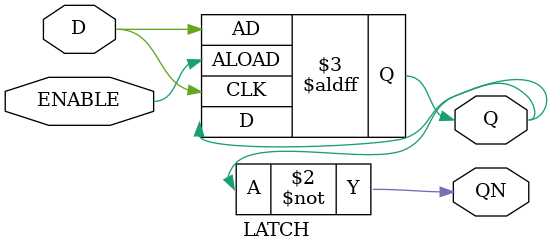
<source format=v>
/******************************************************************************
 **                                                                          **
 ** Component : LATCH                                                        **
 **                                                                          **
 *****************************************************************************/

module LATCH(
      input D,
      input ENABLE,
      output reg Q,
      output reg QN );

 
   // Positive edge-triggered latch
   always @(posedge ENABLE or posedge D)
   begin
      if (ENABLE)
         Q <= D;
      // When ENABLE is low, Q retains its value
   end

   assign QN = ~Q; // Negate Q to get QN

endmodule


</source>
